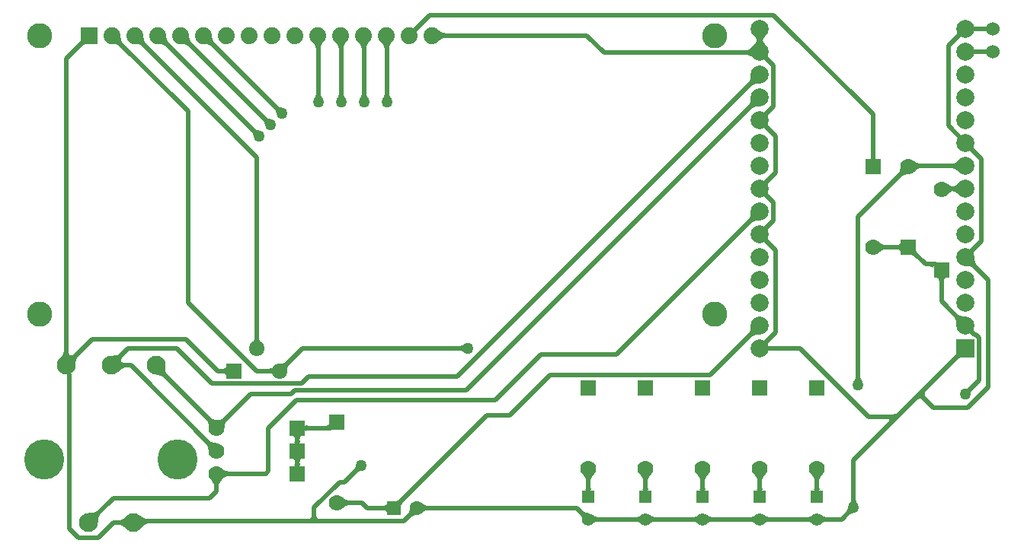
<source format=gbr>
%TF.GenerationSoftware,Altium Limited,Altium Designer,24.9.1 (31)*%
G04 Layer_Physical_Order=2*
G04 Layer_Color=16711680*
%FSLAX45Y45*%
%MOMM*%
%TF.SameCoordinates,93858F84-5B26-42CC-8C8E-0B90E3909A9F*%
%TF.FilePolarity,Positive*%
%TF.FileFunction,Copper,L2,Bot,Signal*%
%TF.Part,Single*%
G01*
G75*
%TA.AperFunction,Conductor*%
%ADD12C,0.50800*%
%TA.AperFunction,ViaPad*%
%ADD14C,1.52400*%
%TA.AperFunction,ComponentPad*%
%ADD15C,2.80000*%
%ADD16C,1.87960*%
%ADD17R,1.87960X1.87960*%
%ADD18C,2.00000*%
%ADD19R,2.00000X2.00000*%
%ADD20C,1.77800*%
%ADD21R,1.77800X1.77800*%
%ADD22C,2.10000*%
%ADD23C,4.46000*%
%ADD24C,1.40000*%
%ADD25R,1.40000X1.40000*%
%ADD26R,1.80000X1.70000*%
%ADD27O,1.80000X1.70000*%
%ADD28R,1.77800X1.77800*%
%ADD29C,1.60000*%
%ADD30R,1.60000X1.60000*%
%TA.AperFunction,ViaPad*%
%ADD31C,1.27000*%
G36*
X3576168Y12150324D02*
X3572217Y12153197D01*
X3567547Y12154634D01*
X3562159D01*
X3556053Y12153197D01*
X3549228Y12150324D01*
X3541684Y12146013D01*
X3533422Y12140266D01*
X3524442Y12133082D01*
X3504326Y12114403D01*
X3468405Y12150324D01*
X3478463Y12160741D01*
X3494268Y12179420D01*
X3500016Y12187681D01*
X3504326Y12195225D01*
X3507200Y12202050D01*
X3508637Y12208156D01*
Y12213545D01*
X3507200Y12218214D01*
X3504326Y12222166D01*
X3576168Y12150324D01*
D02*
G37*
G36*
X4962448Y12234625D02*
X4963472Y12224083D01*
X4965038Y12214119D01*
X4967144Y12204734D01*
X4969792Y12195927D01*
X4972981Y12187698D01*
X4976712Y12180049D01*
X4980984Y12172977D01*
X4985797Y12166484D01*
X4991151Y12160570D01*
X4956297Y12123582D01*
X4950290Y12129007D01*
X4943736Y12133816D01*
X4936636Y12138009D01*
X4928989Y12141584D01*
X4920795Y12144543D01*
X4912055Y12146886D01*
X4902768Y12148611D01*
X4892935Y12149720D01*
X4882554Y12150213D01*
X4871628Y12150089D01*
X4961965Y12245746D01*
X4962448Y12234625D01*
D02*
G37*
G36*
X4708448D02*
X4709472Y12224083D01*
X4711038Y12214119D01*
X4713144Y12204734D01*
X4715792Y12195927D01*
X4718981Y12187698D01*
X4722712Y12180049D01*
X4726984Y12172977D01*
X4731797Y12166484D01*
X4737151Y12160570D01*
X4702297Y12123582D01*
X4696290Y12129007D01*
X4689736Y12133816D01*
X4682636Y12138009D01*
X4674989Y12141584D01*
X4666795Y12144543D01*
X4658055Y12146886D01*
X4648768Y12148611D01*
X4638935Y12149720D01*
X4628554Y12150213D01*
X4617628Y12150089D01*
X4707965Y12245746D01*
X4708448Y12234625D01*
D02*
G37*
G36*
X4454448D02*
X4455472Y12224083D01*
X4457038Y12214119D01*
X4459144Y12204734D01*
X4461792Y12195927D01*
X4464981Y12187698D01*
X4468712Y12180049D01*
X4472984Y12172977D01*
X4477797Y12166484D01*
X4483151Y12160570D01*
X4448297Y12123582D01*
X4442290Y12129007D01*
X4435736Y12133816D01*
X4428636Y12138009D01*
X4420989Y12141584D01*
X4412795Y12144543D01*
X4404055Y12146886D01*
X4394768Y12148611D01*
X4384935Y12149720D01*
X4374554Y12150213D01*
X4363628Y12150089D01*
X4453965Y12245746D01*
X4454448Y12234625D01*
D02*
G37*
G36*
X4200153Y12232031D02*
X4200909Y12221565D01*
X4202245Y12211663D01*
X4204159Y12202323D01*
X4206654Y12193546D01*
X4209727Y12185332D01*
X4213380Y12177682D01*
X4217612Y12170594D01*
X4222424Y12164068D01*
X4227815Y12158106D01*
X4191894Y12122185D01*
X4185932Y12127576D01*
X4179407Y12132388D01*
X4172319Y12136620D01*
X4164668Y12140273D01*
X4156454Y12143347D01*
X4147677Y12145841D01*
X4138338Y12147756D01*
X4128435Y12149091D01*
X4117970Y12149847D01*
X4106941Y12150024D01*
X4199977Y12243059D01*
X4200153Y12232031D01*
D02*
G37*
G36*
X3946153D02*
X3946909Y12221565D01*
X3948245Y12211663D01*
X3950159Y12202323D01*
X3952654Y12193546D01*
X3955727Y12185332D01*
X3959380Y12177682D01*
X3963612Y12170594D01*
X3968424Y12164068D01*
X3973815Y12158106D01*
X3937894Y12122185D01*
X3931932Y12127576D01*
X3925407Y12132388D01*
X3918319Y12136620D01*
X3910668Y12140273D01*
X3902454Y12143347D01*
X3893677Y12145841D01*
X3884338Y12147756D01*
X3874435Y12149091D01*
X3863970Y12149847D01*
X3852941Y12150024D01*
X3945977Y12243059D01*
X3946153Y12232031D01*
D02*
G37*
G36*
X6961436Y12171653D02*
X6948938Y12155038D01*
X6943861Y12146807D01*
X6939565Y12138625D01*
X6936050Y12130495D01*
X6933316Y12122415D01*
X6931363Y12114386D01*
X6930191Y12106408D01*
X6929801Y12098481D01*
X6879001Y12096007D01*
X6878585Y12104125D01*
X6877338Y12112170D01*
X6875259Y12120141D01*
X6872349Y12128038D01*
X6868608Y12135862D01*
X6864035Y12143612D01*
X6858631Y12151289D01*
X6852395Y12158892D01*
X6845328Y12166422D01*
X6837429Y12173878D01*
X6968857Y12180037D01*
X6961436Y12171653D01*
D02*
G37*
G36*
X6707436D02*
X6694938Y12155038D01*
X6689861Y12146807D01*
X6685565Y12138625D01*
X6682050Y12130495D01*
X6679316Y12122415D01*
X6677363Y12114386D01*
X6676191Y12106408D01*
X6675801Y12098481D01*
X6625001Y12096007D01*
X6624585Y12104125D01*
X6623338Y12112170D01*
X6621259Y12120141D01*
X6618349Y12128038D01*
X6614608Y12135862D01*
X6610035Y12143612D01*
X6604631Y12151289D01*
X6598395Y12158892D01*
X6591328Y12166422D01*
X6583429Y12173878D01*
X6714857Y12180037D01*
X6707436Y12171653D01*
D02*
G37*
G36*
X6453436D02*
X6440938Y12155038D01*
X6435861Y12146807D01*
X6431565Y12138625D01*
X6428050Y12130495D01*
X6425316Y12122415D01*
X6423363Y12114386D01*
X6422191Y12106408D01*
X6421801Y12098481D01*
X6371001Y12096007D01*
X6370585Y12104125D01*
X6369338Y12112170D01*
X6367259Y12120141D01*
X6364349Y12128038D01*
X6360608Y12135862D01*
X6356035Y12143612D01*
X6350631Y12151289D01*
X6344395Y12158892D01*
X6337328Y12166422D01*
X6329429Y12173878D01*
X6460857Y12180037D01*
X6453436Y12171653D01*
D02*
G37*
G36*
X6199436D02*
X6186938Y12155038D01*
X6181861Y12146807D01*
X6177565Y12138625D01*
X6174050Y12130495D01*
X6171316Y12122415D01*
X6169363Y12114386D01*
X6168191Y12106408D01*
X6167801Y12098481D01*
X6117001Y12096007D01*
X6116585Y12104125D01*
X6115338Y12112170D01*
X6113259Y12120141D01*
X6110349Y12128038D01*
X6106608Y12135862D01*
X6102035Y12143612D01*
X6096631Y12151289D01*
X6090395Y12158892D01*
X6083328Y12166422D01*
X6075429Y12173878D01*
X6206857Y12180037D01*
X6199436Y12171653D01*
D02*
G37*
G36*
X6930003Y11597883D02*
X6930609Y11591844D01*
X6931619Y11586110D01*
X6933033Y11580682D01*
X6934851Y11575558D01*
X6937073Y11570740D01*
X6939699Y11566227D01*
X6942729Y11562019D01*
X6946163Y11558116D01*
X6950002Y11554519D01*
X6861315Y11548360D01*
X6864675Y11552465D01*
X6867682Y11556814D01*
X6870335Y11561407D01*
X6872634Y11566243D01*
X6874579Y11571323D01*
X6876171Y11576646D01*
X6877409Y11582213D01*
X6878293Y11588023D01*
X6878824Y11594076D01*
X6879001Y11600374D01*
X6929801Y11604227D01*
X6930003Y11597883D01*
D02*
G37*
G36*
X6676003D02*
X6676609Y11591844D01*
X6677619Y11586110D01*
X6679033Y11580682D01*
X6680851Y11575558D01*
X6683073Y11570740D01*
X6685699Y11566227D01*
X6688729Y11562019D01*
X6692163Y11558116D01*
X6696002Y11554519D01*
X6607315Y11548360D01*
X6610675Y11552465D01*
X6613682Y11556814D01*
X6616335Y11561407D01*
X6618634Y11566243D01*
X6620579Y11571323D01*
X6622171Y11576646D01*
X6623409Y11582213D01*
X6624293Y11588023D01*
X6624824Y11594076D01*
X6625001Y11600374D01*
X6675801Y11604227D01*
X6676003Y11597883D01*
D02*
G37*
G36*
X6422003D02*
X6422609Y11591844D01*
X6423619Y11586110D01*
X6425033Y11580682D01*
X6426851Y11575558D01*
X6429073Y11570740D01*
X6431699Y11566227D01*
X6434729Y11562019D01*
X6438163Y11558116D01*
X6442002Y11554519D01*
X6353315Y11548360D01*
X6356675Y11552465D01*
X6359682Y11556814D01*
X6362335Y11561407D01*
X6364634Y11566243D01*
X6366579Y11571323D01*
X6368171Y11576646D01*
X6369409Y11582213D01*
X6370293Y11588023D01*
X6370824Y11594076D01*
X6371001Y11600374D01*
X6421801Y11604227D01*
X6422003Y11597883D01*
D02*
G37*
G36*
X6168003D02*
X6168609Y11591844D01*
X6169619Y11586110D01*
X6171033Y11580682D01*
X6172851Y11575558D01*
X6175073Y11570740D01*
X6177699Y11566227D01*
X6180729Y11562019D01*
X6184163Y11558116D01*
X6188002Y11554519D01*
X6099315Y11548360D01*
X6102675Y11552465D01*
X6105682Y11556814D01*
X6108335Y11561407D01*
X6110634Y11566243D01*
X6112579Y11571323D01*
X6114171Y11576646D01*
X6115409Y11582213D01*
X6116293Y11588023D01*
X6116824Y11594076D01*
X6117001Y11600374D01*
X6167801Y11604227D01*
X6168003Y11597883D01*
D02*
G37*
G36*
X5692208Y11459793D02*
X5696900Y11455940D01*
X5701666Y11452573D01*
X5706505Y11449692D01*
X5711417Y11447297D01*
X5716403Y11445388D01*
X5721462Y11443965D01*
X5726594Y11443028D01*
X5731800Y11442578D01*
X5737079Y11442613D01*
X5676933Y11377148D01*
X5676542Y11382441D01*
X5675713Y11387655D01*
X5674447Y11392791D01*
X5672743Y11397849D01*
X5670601Y11402829D01*
X5668022Y11407730D01*
X5665005Y11412552D01*
X5661550Y11417297D01*
X5657658Y11421963D01*
X5653329Y11426550D01*
X5687589Y11464132D01*
X5692208Y11459793D01*
D02*
G37*
G36*
X5565208Y11332793D02*
X5569900Y11328940D01*
X5574666Y11325573D01*
X5579505Y11322692D01*
X5584417Y11320297D01*
X5589403Y11318388D01*
X5594462Y11316965D01*
X5599594Y11316028D01*
X5604800Y11315578D01*
X5610079Y11315613D01*
X5549933Y11250148D01*
X5549542Y11255441D01*
X5548713Y11260655D01*
X5547447Y11265791D01*
X5545743Y11270849D01*
X5543601Y11275829D01*
X5541022Y11280730D01*
X5538005Y11285552D01*
X5534550Y11290297D01*
X5530658Y11294963D01*
X5526329Y11299550D01*
X5560589Y11337132D01*
X5565208Y11332793D01*
D02*
G37*
G36*
X5438208Y11205793D02*
X5442900Y11201940D01*
X5447666Y11198573D01*
X5452505Y11195692D01*
X5457417Y11193297D01*
X5462403Y11191388D01*
X5467462Y11189965D01*
X5472594Y11189028D01*
X5477800Y11188578D01*
X5483079Y11188613D01*
X5422933Y11123148D01*
X5422542Y11128441D01*
X5421713Y11133655D01*
X5420447Y11138791D01*
X5418743Y11143849D01*
X5416601Y11148829D01*
X5414022Y11153730D01*
X5411005Y11158552D01*
X5407550Y11163297D01*
X5403658Y11167963D01*
X5399329Y11172550D01*
X5433589Y11210132D01*
X5438208Y11205793D01*
D02*
G37*
G36*
X5486652Y8884370D02*
X5488673Y8864583D01*
X5490441Y8856545D01*
X5492714Y8849743D01*
X5495492Y8844178D01*
X5498776Y8839850D01*
X5502564Y8836759D01*
X5506858Y8834904D01*
X5511656Y8834285D01*
X5410344D01*
X5415142Y8834904D01*
X5419436Y8836759D01*
X5423224Y8839850D01*
X5426508Y8844178D01*
X5429286Y8849743D01*
X5431559Y8856545D01*
X5433327Y8864583D01*
X5434590Y8873858D01*
X5435348Y8884370D01*
X5435600Y8896118D01*
X5486400D01*
X5486652Y8884370D01*
D02*
G37*
G36*
X5829275Y8587354D02*
X5820917Y8578638D01*
X5808033Y8562895D01*
X5803507Y8555867D01*
X5800259Y8549402D01*
X5798288Y8543500D01*
X5797594Y8538159D01*
X5798178Y8533382D01*
X5800039Y8529167D01*
X5803178Y8525515D01*
X5727492Y8593061D01*
X5731526Y8590322D01*
X5736093Y8588829D01*
X5741195Y8588583D01*
X5746829Y8589583D01*
X5752997Y8591829D01*
X5759698Y8595322D01*
X5766933Y8600062D01*
X5774701Y8606048D01*
X5783002Y8613280D01*
X5791837Y8621758D01*
X5829275Y8587354D01*
D02*
G37*
G36*
X3365981Y8728788D02*
X3367424Y8720106D01*
X3369829Y8711336D01*
X3373196Y8702479D01*
X3377525Y8693533D01*
X3382816Y8684499D01*
X3385107Y8681157D01*
X3389091Y8681900D01*
X3399220Y8684547D01*
X3408606Y8687811D01*
X3417250Y8691694D01*
X3425152Y8696194D01*
X3432311Y8701313D01*
X3438728Y8707049D01*
X3474649Y8671128D01*
X3468913Y8664711D01*
X3463794Y8657552D01*
X3459294Y8649650D01*
X3455411Y8641006D01*
X3452147Y8631620D01*
X3449500Y8621491D01*
X3447472Y8610619D01*
X3446061Y8599005D01*
X3445269Y8586649D01*
X3445095Y8573550D01*
X3371160Y8647485D01*
X3266600D01*
X3275739Y8656870D01*
X3291131Y8675378D01*
X3297384Y8684499D01*
X3302675Y8693533D01*
X3307004Y8702479D01*
X3310371Y8711336D01*
X3312776Y8720106D01*
X3314219Y8728788D01*
X3314700Y8737382D01*
X3365500D01*
X3365981Y8728788D01*
D02*
G37*
G36*
X3974648Y8671128D02*
X3968912Y8664711D01*
X3963793Y8657552D01*
X3959293Y8649650D01*
X3955410Y8641006D01*
X3952146Y8631620D01*
X3949499Y8621491D01*
X3948756Y8617507D01*
X3952098Y8615216D01*
X3961132Y8609925D01*
X3970078Y8605596D01*
X3978935Y8602229D01*
X3987705Y8599824D01*
X3996387Y8598381D01*
X4004981Y8597900D01*
Y8547100D01*
X3996387Y8546619D01*
X3987705Y8545176D01*
X3978935Y8542771D01*
X3970078Y8539404D01*
X3961132Y8535075D01*
X3952098Y8529784D01*
X3942977Y8523531D01*
X3933767Y8516316D01*
X3924469Y8508139D01*
X3915084Y8499000D01*
Y8603560D01*
X3841149Y8677495D01*
X3854248Y8677669D01*
X3878218Y8679872D01*
X3889090Y8681900D01*
X3899219Y8684547D01*
X3908605Y8687811D01*
X3917249Y8691694D01*
X3925151Y8696194D01*
X3932310Y8701313D01*
X3938727Y8707049D01*
X3974648Y8671128D01*
D02*
G37*
G36*
X5642361Y8458393D02*
X5641721Y8463183D01*
X5639803Y8467468D01*
X5636604Y8471249D01*
X5632127Y8474526D01*
X5626371Y8477298D01*
X5619335Y8479567D01*
X5611020Y8481332D01*
X5601425Y8482592D01*
X5590552Y8483348D01*
X5578399Y8483600D01*
Y8534400D01*
X5590552Y8534652D01*
X5611020Y8536668D01*
X5619335Y8538433D01*
X5626371Y8540702D01*
X5632127Y8543474D01*
X5636604Y8546751D01*
X5639803Y8550532D01*
X5641721Y8554817D01*
X5642361Y8559607D01*
Y8458393D01*
D02*
G37*
G36*
X5117610Y8458200D02*
X5117099Y8463026D01*
X5115566Y8467344D01*
X5113010Y8471154D01*
X5109433Y8474456D01*
X5104834Y8477250D01*
X5099212Y8479536D01*
X5092568Y8481314D01*
X5084903Y8482584D01*
X5076215Y8483346D01*
X5066505Y8483600D01*
Y8534400D01*
X5076215Y8534654D01*
X5084903Y8535416D01*
X5092568Y8536686D01*
X5099212Y8538464D01*
X5104834Y8540750D01*
X5109433Y8543544D01*
X5113010Y8546846D01*
X5115566Y8550656D01*
X5117099Y8554974D01*
X5117610Y8559800D01*
Y8458200D01*
D02*
G37*
G36*
X4443585Y8549068D02*
X4443383Y8537111D01*
X4443942Y8525824D01*
X4445260Y8515208D01*
X4447339Y8505263D01*
X4450177Y8495988D01*
X4453775Y8487384D01*
X4458133Y8479450D01*
X4463251Y8472187D01*
X4469128Y8465594D01*
X4429749Y8433130D01*
X4423554Y8438689D01*
X4416550Y8443784D01*
X4408737Y8448416D01*
X4400115Y8452584D01*
X4390683Y8456289D01*
X4380443Y8459531D01*
X4369393Y8462309D01*
X4357534Y8464623D01*
X4331389Y8467862D01*
X4444546Y8561695D01*
X4443585Y8549068D01*
D02*
G37*
G36*
X4945980Y7989218D02*
X4952081Y7984545D01*
X4958709Y7980297D01*
X4965865Y7976474D01*
X4973548Y7973075D01*
X4981759Y7970102D01*
X4990496Y7967553D01*
X4999762Y7965429D01*
X5009554Y7963730D01*
X5015760Y7962964D01*
X5021961Y7963073D01*
X5031554Y7963811D01*
X5040667Y7965111D01*
X5049298Y7966972D01*
X5057450Y7969394D01*
X5065120Y7972376D01*
X5072310Y7975920D01*
X5079019Y7980025D01*
X5085248Y7984692D01*
X5090996Y7989919D01*
X5126917Y7953998D01*
X5121690Y7948250D01*
X5117024Y7942021D01*
X5112919Y7935312D01*
X5109375Y7928122D01*
X5106392Y7920451D01*
X5103970Y7912300D01*
X5102109Y7903668D01*
X5100810Y7894556D01*
X5100071Y7884963D01*
X5099894Y7874889D01*
X5015684Y7959099D01*
X4922738Y7884643D01*
X4923589Y7894337D01*
X4923753Y7903607D01*
X4923230Y7912455D01*
X4922021Y7920879D01*
X4920125Y7928880D01*
X4917541Y7936458D01*
X4914272Y7943613D01*
X4910315Y7950345D01*
X4905671Y7956654D01*
X4900341Y7962539D01*
X4940406Y7994315D01*
X4945980Y7989218D01*
D02*
G37*
G36*
X6261405Y7854406D02*
X6260897Y7853303D01*
X6259373Y7852316D01*
X6256833Y7851445D01*
X6253277Y7850690D01*
X6248705Y7850052D01*
X6236513Y7849122D01*
X6210605Y7848600D01*
Y7899400D01*
X6220295Y7899654D01*
X6228967Y7900416D01*
X6236622Y7901686D01*
X6243259Y7903464D01*
X6248879Y7905750D01*
X6253480Y7908544D01*
X6257064Y7911846D01*
X6259630Y7915656D01*
X6261179Y7919974D01*
X6261710Y7924800D01*
X6261405Y7854406D01*
D02*
G37*
G36*
X5999803Y7919974D02*
X6001336Y7915656D01*
X6003891Y7911846D01*
X6007469Y7908544D01*
X6012068Y7905750D01*
X6017690Y7903464D01*
X6024333Y7901686D01*
X6031999Y7900416D01*
X6040687Y7899654D01*
X6050397Y7899400D01*
Y7848600D01*
X6040687Y7848346D01*
X6031999Y7847584D01*
X6024333Y7846314D01*
X6017690Y7844536D01*
X6012068Y7842250D01*
X6007469Y7839456D01*
X6003891Y7836154D01*
X6001336Y7832344D01*
X5999803Y7828026D01*
X5999292Y7823200D01*
Y7924800D01*
X5999803Y7919974D01*
D02*
G37*
G36*
X5956976Y7784897D02*
X5952658Y7783373D01*
X5948848Y7780833D01*
X5945546Y7777277D01*
X5942752Y7772705D01*
X5940466Y7767117D01*
X5938688Y7760513D01*
X5937418Y7752893D01*
X5936894Y7746963D01*
X5937418Y7740997D01*
X5938688Y7733332D01*
X5940466Y7726688D01*
X5942752Y7721067D01*
X5945546Y7716467D01*
X5948848Y7712890D01*
X5952658Y7710335D01*
X5956976Y7708801D01*
X5961802Y7708290D01*
X5860202D01*
X5865028Y7708801D01*
X5869346Y7710335D01*
X5873156Y7712890D01*
X5876458Y7716467D01*
X5879252Y7721067D01*
X5881538Y7726688D01*
X5883316Y7733332D01*
X5884586Y7740997D01*
X5885109Y7746963D01*
X5884586Y7752893D01*
X5883316Y7760513D01*
X5881538Y7767117D01*
X5879252Y7772705D01*
X5876458Y7777277D01*
X5873156Y7780833D01*
X5869346Y7783373D01*
X5865028Y7784897D01*
X5860202Y7785405D01*
X5961802D01*
X5956976Y7784897D01*
D02*
G37*
G36*
X4936749Y7730692D02*
X4942977Y7726025D01*
X4949687Y7721920D01*
X4956877Y7718376D01*
X4964547Y7715394D01*
X4972698Y7712972D01*
X4981330Y7711111D01*
X4990443Y7709811D01*
X5000036Y7709073D01*
X5010109Y7708895D01*
X4922103Y7620889D01*
X4921925Y7630963D01*
X4921187Y7640556D01*
X4919887Y7649668D01*
X4918027Y7658300D01*
X4915605Y7666451D01*
X4912622Y7674122D01*
X4909078Y7681312D01*
X4904973Y7688021D01*
X4900307Y7694250D01*
X4895079Y7699998D01*
X4931000Y7735919D01*
X4936749Y7730692D01*
D02*
G37*
G36*
X5956976Y7530897D02*
X5952658Y7529373D01*
X5948848Y7526833D01*
X5945546Y7523277D01*
X5942752Y7518705D01*
X5940466Y7513117D01*
X5938688Y7506513D01*
X5937418Y7498893D01*
X5936894Y7492963D01*
X5937418Y7486997D01*
X5938688Y7479332D01*
X5940466Y7472688D01*
X5942752Y7467067D01*
X5945546Y7462467D01*
X5948848Y7458890D01*
X5952658Y7456335D01*
X5956976Y7454801D01*
X5961802Y7454290D01*
X5860202D01*
X5865028Y7454801D01*
X5869346Y7456335D01*
X5873156Y7458890D01*
X5876458Y7462467D01*
X5879252Y7467067D01*
X5881538Y7472688D01*
X5883316Y7479332D01*
X5884586Y7486997D01*
X5885109Y7492963D01*
X5884586Y7498893D01*
X5883316Y7506513D01*
X5881538Y7513117D01*
X5879252Y7518705D01*
X5876458Y7523277D01*
X5873156Y7526833D01*
X5869346Y7529373D01*
X5865028Y7530897D01*
X5860202Y7531405D01*
X5961802D01*
X5956976Y7530897D01*
D02*
G37*
G36*
X6621145Y7396483D02*
X6615849Y7396306D01*
X6610629Y7395666D01*
X6605487Y7394565D01*
X6600422Y7393002D01*
X6595434Y7390977D01*
X6590522Y7388491D01*
X6585688Y7385542D01*
X6580931Y7382132D01*
X6576250Y7378260D01*
X6571647Y7373926D01*
X6535726Y7409847D01*
X6540060Y7414450D01*
X6543932Y7419131D01*
X6547342Y7423888D01*
X6550291Y7428722D01*
X6552777Y7433634D01*
X6554802Y7438622D01*
X6556365Y7443687D01*
X6557466Y7448829D01*
X6558106Y7454049D01*
X6558283Y7459345D01*
X6621145Y7396483D01*
D02*
G37*
G36*
X5081734Y7421232D02*
X5089040Y7414971D01*
X5096402Y7409447D01*
X5103821Y7404659D01*
X5111298Y7400607D01*
X5118831Y7397293D01*
X5126421Y7394715D01*
X5134068Y7392873D01*
X5141772Y7391768D01*
X5149533Y7391400D01*
Y7340600D01*
X5141772Y7340232D01*
X5134068Y7339127D01*
X5126421Y7337285D01*
X5118831Y7334707D01*
X5111298Y7331392D01*
X5103821Y7327341D01*
X5096402Y7322553D01*
X5089040Y7317029D01*
X5081734Y7310768D01*
X5074486Y7303770D01*
Y7428230D01*
X5081734Y7421232D01*
D02*
G37*
G36*
X5066231Y7295264D02*
X5059970Y7287958D01*
X5054445Y7280596D01*
X5049657Y7273177D01*
X5045606Y7265701D01*
X5042291Y7258168D01*
X5039713Y7250578D01*
X5037872Y7242930D01*
X5036767Y7235227D01*
X5036398Y7227466D01*
X4985598D01*
X4985230Y7235227D01*
X4984125Y7242930D01*
X4982284Y7250578D01*
X4979706Y7258168D01*
X4976391Y7265701D01*
X4972340Y7273177D01*
X4967552Y7280596D01*
X4962027Y7287958D01*
X4955766Y7295264D01*
X4948768Y7302513D01*
X5073228D01*
X5066231Y7295264D01*
D02*
G37*
G36*
X7100616Y7064695D02*
X7090528Y7054251D01*
X7074661Y7035535D01*
X7068884Y7027264D01*
X7064543Y7019717D01*
X7061638Y7012896D01*
X7060171Y7006798D01*
X7060141Y7001425D01*
X7061547Y6996777D01*
X7064390Y6992853D01*
X6992853Y7064390D01*
X6996777Y7061547D01*
X7001425Y7060141D01*
X7006798Y7060171D01*
X7012896Y7061638D01*
X7019717Y7064543D01*
X7027264Y7068884D01*
X7035535Y7074661D01*
X7044530Y7081876D01*
X7064695Y7100616D01*
X7100616Y7064695D01*
D02*
G37*
G36*
X6420736Y7098231D02*
X6428042Y7091970D01*
X6435404Y7086445D01*
X6442823Y7081657D01*
X6450299Y7077606D01*
X6457832Y7074291D01*
X6465422Y7071713D01*
X6473070Y7069872D01*
X6480773Y7068767D01*
X6488534Y7068398D01*
Y7017598D01*
X6480773Y7017230D01*
X6473070Y7016125D01*
X6465422Y7014284D01*
X6457832Y7011706D01*
X6450299Y7008391D01*
X6442823Y7004340D01*
X6435404Y6999552D01*
X6428042Y6994027D01*
X6420736Y6987766D01*
X6413487Y6980768D01*
Y7105228D01*
X6420736Y7098231D01*
D02*
G37*
G36*
X6905610Y6934200D02*
X6905099Y6939026D01*
X6903566Y6943344D01*
X6901010Y6947154D01*
X6897433Y6950456D01*
X6892834Y6953250D01*
X6887212Y6955536D01*
X6880568Y6957314D01*
X6872903Y6958584D01*
X6864215Y6959346D01*
X6854505Y6959600D01*
Y7010400D01*
X6864215Y7010654D01*
X6872903Y7011416D01*
X6880568Y7012686D01*
X6887212Y7014464D01*
X6892834Y7016750D01*
X6897433Y7019544D01*
X6901010Y7022846D01*
X6903566Y7026656D01*
X6905099Y7030974D01*
X6905610Y7035800D01*
Y6934200D01*
D02*
G37*
G36*
X7302197Y7035186D02*
X7308399Y7029984D01*
X7314734Y7025394D01*
X7321205Y7021416D01*
X7327811Y7018050D01*
X7334551Y7015296D01*
X7341426Y7013154D01*
X7348436Y7011624D01*
X7355581Y7010706D01*
X7362861Y7010400D01*
Y6959600D01*
X7355581Y6959294D01*
X7348436Y6958376D01*
X7341426Y6956846D01*
X7334551Y6954704D01*
X7327811Y6951950D01*
X7321205Y6948584D01*
X7314734Y6944606D01*
X7308399Y6940016D01*
X7302197Y6934814D01*
X7296131Y6929000D01*
Y7041000D01*
X7302197Y7035186D01*
D02*
G37*
G36*
X7238200Y6905004D02*
X7229799Y6904826D01*
X7221736Y6904119D01*
X7214010Y6902885D01*
X7206622Y6901122D01*
X7199571Y6898832D01*
X7192858Y6896013D01*
X7186482Y6892666D01*
X7180443Y6888791D01*
X7174742Y6884388D01*
X7169378Y6879457D01*
X7133457Y6915378D01*
X7138388Y6920742D01*
X7142791Y6926443D01*
X7146666Y6932482D01*
X7150013Y6938858D01*
X7152832Y6945571D01*
X7155122Y6952622D01*
X7156885Y6960010D01*
X7158119Y6967736D01*
X7158826Y6975799D01*
X7159004Y6984200D01*
X7238200Y6905004D01*
D02*
G37*
G36*
X3724651Y6921129D02*
X3718915Y6914712D01*
X3713796Y6907553D01*
X3709296Y6899651D01*
X3705413Y6891007D01*
X3702149Y6881621D01*
X3699502Y6871492D01*
X3697474Y6860620D01*
X3696063Y6849006D01*
X3695271Y6836650D01*
X3695097Y6823551D01*
X3591152Y6927496D01*
X3604251Y6927670D01*
X3628221Y6929873D01*
X3639093Y6931901D01*
X3649222Y6934548D01*
X3658608Y6937812D01*
X3667253Y6941695D01*
X3675154Y6946195D01*
X3682313Y6951314D01*
X3688730Y6957050D01*
X3724651Y6921129D01*
D02*
G37*
G36*
X6121908Y6903348D02*
X6123432Y6894712D01*
X6125972Y6887092D01*
X6129528Y6880488D01*
X6134100Y6874900D01*
X6139688Y6870328D01*
X6146292Y6866772D01*
X6153912Y6864232D01*
X6162548Y6862708D01*
X6172200Y6862200D01*
X6096000Y6811400D01*
X6019800Y6862200D01*
X6029452Y6862708D01*
X6038088Y6864232D01*
X6045708Y6866772D01*
X6052312Y6870328D01*
X6057900Y6874900D01*
X6062472Y6880488D01*
X6066028Y6887092D01*
X6068568Y6894712D01*
X6070092Y6903348D01*
X6070600Y6913000D01*
X6121400D01*
X6121908Y6903348D01*
D02*
G37*
G36*
X4165411Y6897296D02*
X4186518Y6883431D01*
X4196591Y6877798D01*
X4206344Y6873032D01*
X4215776Y6869133D01*
X4224889Y6866100D01*
X4233682Y6863933D01*
X4242155Y6862633D01*
X4250307Y6862200D01*
X4257513Y6811400D01*
X4248606Y6810885D01*
X4239831Y6809340D01*
X4231188Y6806765D01*
X4222678Y6803160D01*
X4214300Y6798524D01*
X4206055Y6792859D01*
X4197942Y6786164D01*
X4189961Y6778438D01*
X4182113Y6769683D01*
X4174397Y6759897D01*
X4154378Y6905528D01*
X4165411Y6897296D01*
D02*
G37*
G36*
X4015116Y6749001D02*
X4005731Y6758140D01*
X3987223Y6773532D01*
X3978102Y6779785D01*
X3969068Y6785076D01*
X3960122Y6789405D01*
X3951265Y6792772D01*
X3942495Y6795177D01*
X3933813Y6796620D01*
X3925219Y6797101D01*
Y6847901D01*
X3933813Y6848382D01*
X3942495Y6849825D01*
X3951265Y6852230D01*
X3960122Y6855597D01*
X3969068Y6859926D01*
X3978102Y6865217D01*
X3987223Y6871470D01*
X3996433Y6878685D01*
X4005731Y6886862D01*
X4015116Y6896001D01*
Y6749001D01*
D02*
G37*
G36*
X7483040Y12302112D02*
X7490974Y12295246D01*
X7498921Y12289188D01*
X7506879Y12283938D01*
X7514849Y12279495D01*
X7522830Y12275861D01*
X7530823Y12273034D01*
X7538828Y12271014D01*
X7546844Y12269803D01*
X7554872Y12269399D01*
Y12218599D01*
X7546844Y12218195D01*
X7538828Y12216983D01*
X7530823Y12214964D01*
X7522830Y12212137D01*
X7514849Y12208502D01*
X7506879Y12204060D01*
X7498921Y12198810D01*
X7490974Y12192752D01*
X7483040Y12185886D01*
X7475117Y12178213D01*
Y12309785D01*
X7483040Y12302112D01*
D02*
G37*
G36*
X11110526Y12238864D02*
X11102944Y12230184D01*
X11096254Y12221547D01*
X11090456Y12212953D01*
X11085550Y12204401D01*
X11081536Y12195891D01*
X11080101Y12192000D01*
X11081536Y12188109D01*
X11085550Y12179599D01*
X11090456Y12171047D01*
X11096254Y12162453D01*
X11102944Y12153816D01*
X11110526Y12145136D01*
X11119000Y12136414D01*
X10979000D01*
X10987474Y12145136D01*
X10995056Y12153816D01*
X11001746Y12162453D01*
X11007544Y12171047D01*
X11012450Y12179599D01*
X11016464Y12188109D01*
X11017899Y12192000D01*
X11016464Y12195891D01*
X11012450Y12204401D01*
X11007544Y12212953D01*
X11001746Y12221547D01*
X10995056Y12230184D01*
X10987474Y12238864D01*
X10979000Y12247586D01*
X11119000D01*
X11110526Y12238864D01*
D02*
G37*
G36*
X10986346Y11987061D02*
X10976322Y11994802D01*
X10956947Y12007838D01*
X10947595Y12013133D01*
X10938466Y12017615D01*
X10929561Y12021281D01*
X10920879Y12024132D01*
X10912422Y12026169D01*
X10904187Y12027391D01*
X10896177Y12027799D01*
X10889929Y12078599D01*
X10898515Y12079074D01*
X10906968Y12080498D01*
X10915289Y12082872D01*
X10923478Y12086196D01*
X10931533Y12090470D01*
X10939457Y12095693D01*
X10947247Y12101866D01*
X10954905Y12108989D01*
X10962431Y12117061D01*
X10969824Y12126083D01*
X10986346Y11987061D01*
D02*
G37*
G36*
X11048000Y11711005D02*
X11035841Y11710830D01*
X11024342Y11710054D01*
X11013504Y11708677D01*
X11003327Y11706699D01*
X10993811Y11704121D01*
X10984955Y11700943D01*
X10976761Y11697163D01*
X10969227Y11692783D01*
X10962355Y11687803D01*
X10956142Y11682221D01*
X10920221Y11718142D01*
X10925803Y11724355D01*
X10930783Y11731227D01*
X10935163Y11738761D01*
X10938943Y11746955D01*
X10942121Y11755811D01*
X10944699Y11765327D01*
X10946677Y11775504D01*
X10948054Y11786342D01*
X10948830Y11797841D01*
X10949005Y11810000D01*
X11048000Y11711005D01*
D02*
G37*
G36*
Y11457005D02*
X11035841Y11456830D01*
X11024342Y11456054D01*
X11013504Y11454677D01*
X11003327Y11452699D01*
X10993811Y11450121D01*
X10984955Y11446943D01*
X10976761Y11443163D01*
X10969227Y11438783D01*
X10962355Y11433803D01*
X10956142Y11428221D01*
X10920221Y11464142D01*
X10925803Y11470355D01*
X10930783Y11477227D01*
X10935163Y11484761D01*
X10938943Y11492955D01*
X10942121Y11501811D01*
X10944699Y11511327D01*
X10946677Y11521504D01*
X10948054Y11532342D01*
X10948830Y11543841D01*
X10949005Y11556000D01*
X11048000Y11457005D01*
D02*
G37*
G36*
X12768519Y10845760D02*
X12776133Y10839683D01*
X12783756Y10834320D01*
X12791388Y10829673D01*
X12799030Y10825741D01*
X12806680Y10822523D01*
X12814342Y10820021D01*
X12822009Y10818233D01*
X12829689Y10817161D01*
X12837376Y10816803D01*
X12839526Y10766003D01*
X12831699Y10765625D01*
X12823975Y10764491D01*
X12816356Y10762601D01*
X12808842Y10759954D01*
X12801433Y10756551D01*
X12794129Y10752392D01*
X12786928Y10747477D01*
X12779833Y10741806D01*
X12772842Y10735379D01*
X12765956Y10728195D01*
X12760914Y10852553D01*
X12768519Y10845760D01*
D02*
G37*
G36*
X13266148Y10722477D02*
X13257028Y10730747D01*
X13239076Y10744675D01*
X13230246Y10750334D01*
X13221512Y10755122D01*
X13212875Y10759039D01*
X13204335Y10762086D01*
X13195892Y10764262D01*
X13187546Y10765568D01*
X13179295Y10766003D01*
X13177406Y10816803D01*
X13185828Y10817259D01*
X13194238Y10818627D01*
X13202637Y10820906D01*
X13211024Y10824097D01*
X13219402Y10828199D01*
X13227766Y10833213D01*
X13236121Y10839139D01*
X13244463Y10845976D01*
X13252794Y10853726D01*
X13261115Y10862386D01*
X13266148Y10722477D01*
D02*
G37*
G36*
X12699111Y10698906D02*
X12689037Y10698729D01*
X12679444Y10697990D01*
X12670332Y10696691D01*
X12661700Y10694830D01*
X12653549Y10692408D01*
X12645878Y10689425D01*
X12638688Y10685881D01*
X12631979Y10681776D01*
X12625750Y10677110D01*
X12620002Y10671883D01*
X12584081Y10707804D01*
X12589308Y10713552D01*
X12593975Y10719781D01*
X12598080Y10726490D01*
X12601624Y10733680D01*
X12604606Y10741350D01*
X12607028Y10749502D01*
X12608889Y10758133D01*
X12610189Y10767246D01*
X12610927Y10776839D01*
X12611105Y10786913D01*
X12699111Y10698906D01*
D02*
G37*
G36*
X13266148Y10468477D02*
X13257028Y10476747D01*
X13239076Y10490675D01*
X13230246Y10496334D01*
X13221512Y10501122D01*
X13212875Y10505039D01*
X13204335Y10508086D01*
X13195892Y10510262D01*
X13193385Y10510654D01*
X13192274Y10510491D01*
X13184656Y10508601D01*
X13177142Y10505954D01*
X13169733Y10502551D01*
X13162428Y10498392D01*
X13155228Y10493477D01*
X13148132Y10487806D01*
X13141142Y10481379D01*
X13134256Y10474195D01*
X13129214Y10598553D01*
X13136819Y10591760D01*
X13144434Y10585683D01*
X13152055Y10580320D01*
X13159688Y10575673D01*
X13167329Y10571741D01*
X13174982Y10568523D01*
X13182642Y10566021D01*
X13190311Y10564233D01*
X13191122Y10564120D01*
X13194238Y10564627D01*
X13202637Y10566906D01*
X13211024Y10570097D01*
X13219402Y10574199D01*
X13227766Y10579213D01*
X13236121Y10585139D01*
X13244463Y10591976D01*
X13252794Y10599726D01*
X13261115Y10608386D01*
X13266148Y10468477D01*
D02*
G37*
G36*
X11048000Y10187005D02*
X11035841Y10186830D01*
X11024342Y10186054D01*
X11013504Y10184677D01*
X11003327Y10182699D01*
X10993811Y10180121D01*
X10984955Y10176943D01*
X10976761Y10173163D01*
X10969227Y10168783D01*
X10962355Y10163803D01*
X10956142Y10158221D01*
X10920221Y10194142D01*
X10925803Y10200355D01*
X10930783Y10207227D01*
X10935163Y10214761D01*
X10938943Y10222955D01*
X10942121Y10231811D01*
X10944699Y10241327D01*
X10946677Y10251504D01*
X10948054Y10262342D01*
X10948830Y10273841D01*
X10949005Y10286000D01*
X11048000Y10187005D01*
D02*
G37*
G36*
X12611710Y9836998D02*
X12611199Y9841824D01*
X12609665Y9846142D01*
X12607110Y9849952D01*
X12603533Y9853254D01*
X12598933Y9856048D01*
X12593312Y9858334D01*
X12586668Y9860112D01*
X12579003Y9861382D01*
X12570315Y9862144D01*
X12560605Y9862398D01*
Y9913198D01*
X12570315Y9913452D01*
X12579003Y9914214D01*
X12586668Y9915484D01*
X12593312Y9917262D01*
X12598933Y9919548D01*
X12603533Y9922342D01*
X12607110Y9925644D01*
X12609665Y9929454D01*
X12611199Y9933772D01*
X12611710Y9938598D01*
Y9836998D01*
D02*
G37*
G36*
X12377036Y9943031D02*
X12384341Y9936770D01*
X12391704Y9931245D01*
X12399123Y9926457D01*
X12406599Y9922406D01*
X12414132Y9919091D01*
X12421722Y9916513D01*
X12429370Y9914672D01*
X12437073Y9913567D01*
X12444834Y9913198D01*
Y9862398D01*
X12437073Y9862030D01*
X12429370Y9860925D01*
X12421722Y9859084D01*
X12414132Y9856506D01*
X12406599Y9853191D01*
X12399123Y9849140D01*
X12391704Y9844352D01*
X12384341Y9838827D01*
X12377036Y9832566D01*
X12369787Y9825568D01*
Y9950028D01*
X12377036Y9943031D01*
D02*
G37*
G36*
X12785721Y9867094D02*
X12784285Y9862424D01*
Y9857036D01*
X12785721Y9850929D01*
X12788595Y9844105D01*
X12792906Y9836561D01*
X12798653Y9828299D01*
X12805836Y9819319D01*
X12824516Y9799203D01*
X12788595Y9763282D01*
X12778178Y9773340D01*
X12759499Y9789145D01*
X12751237Y9794893D01*
X12743694Y9799203D01*
X12736869Y9802077D01*
X12730762Y9803514D01*
X12725374D01*
X12720705Y9802077D01*
X12716753Y9799203D01*
X12788595Y9871045D01*
X12785721Y9867094D01*
D02*
G37*
G36*
X13435170Y9765841D02*
X13435947Y9754342D01*
X13437323Y9743504D01*
X13439301Y9733327D01*
X13441879Y9723811D01*
X13445058Y9714955D01*
X13448837Y9706761D01*
X13453217Y9699227D01*
X13458197Y9692355D01*
X13463779Y9686142D01*
X13427858Y9650221D01*
X13421645Y9655803D01*
X13414774Y9660783D01*
X13407239Y9665163D01*
X13399045Y9668943D01*
X13390189Y9672121D01*
X13380673Y9674699D01*
X13370496Y9676677D01*
X13359657Y9678054D01*
X13348158Y9678830D01*
X13336000Y9679005D01*
X13434995Y9778000D01*
X13435170Y9765841D01*
D02*
G37*
G36*
X12979704Y9722394D02*
X12980009Y9646498D01*
X12979480Y9651324D01*
X12977933Y9655642D01*
X12975368Y9659452D01*
X12971783Y9662754D01*
X12967181Y9665548D01*
X12961563Y9667834D01*
X12954926Y9669612D01*
X12947270Y9670882D01*
X12938596Y9671644D01*
X12928905Y9671898D01*
Y9722698D01*
X12979704Y9722394D01*
D02*
G37*
G36*
X13114275Y9544695D02*
X13109956Y9543171D01*
X13106146Y9540631D01*
X13102844Y9537075D01*
X13100050Y9532503D01*
X13097765Y9526915D01*
X13095985Y9520311D01*
X13094716Y9512691D01*
X13093954Y9504055D01*
X13093700Y9494403D01*
X13042900D01*
X13042645Y9504055D01*
X13041884Y9512691D01*
X13040614Y9520311D01*
X13038837Y9526915D01*
X13036549Y9532503D01*
X13033755Y9537075D01*
X13030453Y9540631D01*
X13026643Y9543171D01*
X13022327Y9544695D01*
X13017500Y9545203D01*
X13119099D01*
X13114275Y9544695D01*
D02*
G37*
G36*
X13248355Y9140197D02*
X13255228Y9135217D01*
X13262761Y9130837D01*
X13270955Y9127057D01*
X13279811Y9123879D01*
X13289326Y9121301D01*
X13299504Y9119323D01*
X13310342Y9117946D01*
X13321841Y9117170D01*
X13334000Y9116995D01*
X13235005Y9018000D01*
X13234830Y9030159D01*
X13234055Y9041658D01*
X13232677Y9052496D01*
X13230699Y9062673D01*
X13228120Y9072189D01*
X13224944Y9081045D01*
X13221162Y9089239D01*
X13216783Y9096773D01*
X13211803Y9103645D01*
X13206221Y9109858D01*
X13242142Y9145779D01*
X13248355Y9140197D01*
D02*
G37*
G36*
X11048000Y8917005D02*
X11035841Y8916830D01*
X11024342Y8916054D01*
X11013504Y8914677D01*
X11003327Y8912699D01*
X10993811Y8910121D01*
X10984955Y8906943D01*
X10976761Y8903163D01*
X10969227Y8898783D01*
X10962355Y8893803D01*
X10956142Y8888221D01*
X10920221Y8924142D01*
X10925803Y8930355D01*
X10930783Y8937227D01*
X10935163Y8944761D01*
X10938943Y8952955D01*
X10942121Y8961811D01*
X10944699Y8971327D01*
X10946677Y8981504D01*
X10948054Y8992342D01*
X10948830Y9003841D01*
X10949005Y9016000D01*
X11048000Y8917005D01*
D02*
G37*
G36*
X7758009Y8718550D02*
X7754139Y8722169D01*
X7749996Y8725408D01*
X7745581Y8728265D01*
X7740894Y8730742D01*
X7735936Y8732837D01*
X7730704Y8734552D01*
X7725201Y8735885D01*
X7719426Y8736838D01*
X7713378Y8737409D01*
X7707059Y8737600D01*
Y8788400D01*
X7713378Y8788590D01*
X7719426Y8789162D01*
X7725201Y8790114D01*
X7730704Y8791448D01*
X7735936Y8793162D01*
X7740894Y8795258D01*
X7745581Y8797734D01*
X7749996Y8800592D01*
X7754139Y8803830D01*
X7758009Y8807450D01*
Y8718550D01*
D02*
G37*
G36*
X13307147Y8663305D02*
X13303195Y8666179D01*
X13298526Y8667615D01*
X13293137D01*
X13287032Y8666179D01*
X13280206Y8663305D01*
X13272662Y8658994D01*
X13264401Y8653247D01*
X13255421Y8646063D01*
X13235304Y8627384D01*
X13199384Y8663305D01*
X13209442Y8673722D01*
X13225247Y8692401D01*
X13230994Y8700663D01*
X13235304Y8708206D01*
X13238179Y8715031D01*
X13239615Y8721137D01*
Y8726526D01*
X13238179Y8731195D01*
X13235304Y8735147D01*
X13307147Y8663305D01*
D02*
G37*
G36*
X12166791Y8446579D02*
X12167362Y8440532D01*
X12168314Y8434756D01*
X12169648Y8429253D01*
X12171362Y8424022D01*
X12173458Y8419063D01*
X12175934Y8414376D01*
X12178792Y8409961D01*
X12182031Y8405819D01*
X12185650Y8401948D01*
X12096750D01*
X12100369Y8405819D01*
X12103608Y8409961D01*
X12106466Y8414376D01*
X12108942Y8419063D01*
X12111038Y8424022D01*
X12112752Y8429253D01*
X12114086Y8434756D01*
X12115038Y8440532D01*
X12115609Y8446579D01*
X12115800Y8452899D01*
X12166600D01*
X12166791Y8446579D01*
D02*
G37*
G36*
X12892377Y8283737D02*
X12887347Y8276553D01*
X12883755Y8269369D01*
X12881599Y8262184D01*
X12880882Y8255000D01*
X12881599Y8247816D01*
X12883755Y8240631D01*
X12887347Y8233447D01*
X12892377Y8226263D01*
X12898842Y8219079D01*
X12862921Y8183158D01*
X12855737Y8189624D01*
X12848553Y8194653D01*
X12841370Y8198245D01*
X12834184Y8200400D01*
X12827000Y8201118D01*
X12819817Y8200400D01*
X12812631Y8198245D01*
X12805447Y8194653D01*
X12798263Y8189624D01*
X12791079Y8183158D01*
X12827000Y8255000D01*
X12898842Y8290921D01*
X12892377Y8283737D01*
D02*
G37*
G36*
X12626882Y8018961D02*
X12590961Y7983039D01*
X12475758Y7939679D01*
X12482075Y7946504D01*
X12486658Y7952610D01*
X12489506Y7957999D01*
X12490619Y7962668D01*
X12489999Y7966620D01*
X12487644Y7969853D01*
X12483554Y7972367D01*
X12477730Y7974163D01*
X12470172Y7975241D01*
X12460879Y7975600D01*
X12511679Y8026400D01*
X12521690Y8026759D01*
X12531404Y8027837D01*
X12540820Y8029633D01*
X12549938Y8032147D01*
X12558759Y8035380D01*
X12567282Y8039332D01*
X12575508Y8044001D01*
X12583436Y8049390D01*
X12591067Y8055496D01*
X12598400Y8062321D01*
X12626882Y8018961D01*
D02*
G37*
G36*
X11739232Y7353262D02*
X11732971Y7345957D01*
X11727447Y7338595D01*
X11722659Y7331175D01*
X11718608Y7323699D01*
X11715293Y7316166D01*
X11712715Y7308576D01*
X11710873Y7300929D01*
X11709768Y7293225D01*
X11709400Y7285464D01*
X11658600D01*
X11658232Y7293225D01*
X11657127Y7300929D01*
X11655285Y7308576D01*
X11652707Y7316166D01*
X11649393Y7323699D01*
X11645341Y7331175D01*
X11640553Y7338595D01*
X11635029Y7345957D01*
X11628768Y7353262D01*
X11621770Y7360511D01*
X11746230D01*
X11739232Y7353262D01*
D02*
G37*
G36*
X11104232D02*
X11097971Y7345957D01*
X11092447Y7338595D01*
X11087659Y7331175D01*
X11083607Y7323699D01*
X11080293Y7316166D01*
X11077715Y7308576D01*
X11075873Y7300929D01*
X11074768Y7293225D01*
X11074400Y7285464D01*
X11023600D01*
X11023232Y7293225D01*
X11022127Y7300929D01*
X11020285Y7308576D01*
X11017707Y7316166D01*
X11014392Y7323699D01*
X11010341Y7331175D01*
X11005553Y7338595D01*
X11000029Y7345957D01*
X10993768Y7353262D01*
X10986770Y7360511D01*
X11111230D01*
X11104232Y7353262D01*
D02*
G37*
G36*
X10469232D02*
X10462971Y7345957D01*
X10457447Y7338595D01*
X10452659Y7331175D01*
X10448607Y7323699D01*
X10445293Y7316166D01*
X10442715Y7308576D01*
X10440873Y7300929D01*
X10439768Y7293225D01*
X10439400Y7285464D01*
X10388600D01*
X10388232Y7293225D01*
X10387127Y7300929D01*
X10385285Y7308576D01*
X10382707Y7316166D01*
X10379393Y7323699D01*
X10375341Y7331175D01*
X10370553Y7338595D01*
X10365029Y7345957D01*
X10358768Y7353262D01*
X10351770Y7360511D01*
X10476230D01*
X10469232Y7353262D01*
D02*
G37*
G36*
X9834232D02*
X9827971Y7345957D01*
X9822447Y7338595D01*
X9817659Y7331175D01*
X9813608Y7323699D01*
X9810293Y7316166D01*
X9807715Y7308576D01*
X9805873Y7300929D01*
X9804768Y7293225D01*
X9804400Y7285464D01*
X9753600D01*
X9753232Y7293225D01*
X9752127Y7300929D01*
X9750285Y7308576D01*
X9747707Y7316166D01*
X9744392Y7323699D01*
X9740341Y7331175D01*
X9735553Y7338595D01*
X9730029Y7345957D01*
X9723768Y7353262D01*
X9716770Y7360511D01*
X9841230D01*
X9834232Y7353262D01*
D02*
G37*
G36*
X9199232D02*
X9192971Y7345957D01*
X9187447Y7338595D01*
X9182659Y7331175D01*
X9178607Y7323699D01*
X9175293Y7316166D01*
X9172715Y7308576D01*
X9170873Y7300929D01*
X9169768Y7293225D01*
X9169400Y7285464D01*
X9118600D01*
X9118232Y7293225D01*
X9117127Y7300929D01*
X9115285Y7308576D01*
X9112707Y7316166D01*
X9109392Y7323699D01*
X9105341Y7331175D01*
X9100553Y7338595D01*
X9095029Y7345957D01*
X9088768Y7353262D01*
X9081770Y7360511D01*
X9206230D01*
X9199232Y7353262D01*
D02*
G37*
G36*
X11709654Y7222785D02*
X11710416Y7214097D01*
X11711686Y7206432D01*
X11713464Y7199788D01*
X11715750Y7194166D01*
X11718544Y7189567D01*
X11721846Y7185990D01*
X11725656Y7183434D01*
X11729974Y7181901D01*
X11734800Y7181390D01*
X11633200D01*
X11638026Y7181901D01*
X11642344Y7183434D01*
X11646154Y7185990D01*
X11649456Y7189567D01*
X11652250Y7194166D01*
X11654536Y7199788D01*
X11656314Y7206432D01*
X11657584Y7214097D01*
X11658346Y7222785D01*
X11658600Y7232495D01*
X11709400D01*
X11709654Y7222785D01*
D02*
G37*
G36*
X11074654D02*
X11075416Y7214097D01*
X11076686Y7206432D01*
X11078464Y7199788D01*
X11080750Y7194166D01*
X11083544Y7189567D01*
X11086846Y7185990D01*
X11090656Y7183434D01*
X11094974Y7181901D01*
X11099800Y7181390D01*
X10998200D01*
X11003026Y7181901D01*
X11007344Y7183434D01*
X11011154Y7185990D01*
X11014456Y7189567D01*
X11017250Y7194166D01*
X11019536Y7199788D01*
X11021314Y7206432D01*
X11022584Y7214097D01*
X11023346Y7222785D01*
X11023600Y7232495D01*
X11074400D01*
X11074654Y7222785D01*
D02*
G37*
G36*
X10439654D02*
X10440416Y7214097D01*
X10441686Y7206432D01*
X10443464Y7199788D01*
X10445750Y7194166D01*
X10448544Y7189567D01*
X10451846Y7185990D01*
X10455656Y7183434D01*
X10459974Y7181901D01*
X10464800Y7181390D01*
X10363200D01*
X10368026Y7181901D01*
X10372344Y7183434D01*
X10376154Y7185990D01*
X10379456Y7189567D01*
X10382250Y7194166D01*
X10384536Y7199788D01*
X10386314Y7206432D01*
X10387584Y7214097D01*
X10388346Y7222785D01*
X10388600Y7232495D01*
X10439400D01*
X10439654Y7222785D01*
D02*
G37*
G36*
X9804654D02*
X9805416Y7214097D01*
X9806686Y7206432D01*
X9808464Y7199788D01*
X9810750Y7194166D01*
X9813544Y7189567D01*
X9816846Y7185990D01*
X9820656Y7183434D01*
X9824974Y7181901D01*
X9829800Y7181390D01*
X9728200D01*
X9733026Y7181901D01*
X9737344Y7183434D01*
X9741154Y7185990D01*
X9744456Y7189567D01*
X9747250Y7194166D01*
X9749536Y7199788D01*
X9751314Y7206432D01*
X9752584Y7214097D01*
X9753346Y7222785D01*
X9753600Y7232495D01*
X9804400D01*
X9804654Y7222785D01*
D02*
G37*
G36*
X9169654D02*
X9170416Y7214097D01*
X9171686Y7206432D01*
X9173464Y7199788D01*
X9175750Y7194166D01*
X9178544Y7189567D01*
X9181846Y7185990D01*
X9185656Y7183434D01*
X9189974Y7181901D01*
X9194800Y7181390D01*
X9093200D01*
X9098026Y7181901D01*
X9102344Y7183434D01*
X9106154Y7185990D01*
X9109456Y7189567D01*
X9112250Y7194166D01*
X9114536Y7199788D01*
X9116314Y7206432D01*
X9117584Y7214097D01*
X9118346Y7222785D01*
X9118600Y7232495D01*
X9169400D01*
X9169654Y7222785D01*
D02*
G37*
G36*
X12115991Y7080059D02*
X12116562Y7074012D01*
X12117515Y7068236D01*
X12118848Y7062733D01*
X12120562Y7057502D01*
X12122658Y7052543D01*
X12125135Y7047856D01*
X12127992Y7043441D01*
X12131231Y7039299D01*
X12134850Y7035428D01*
X12045950D01*
X12049569Y7039299D01*
X12052808Y7043441D01*
X12055666Y7047856D01*
X12058142Y7052543D01*
X12060237Y7057502D01*
X12061952Y7062733D01*
X12063286Y7068236D01*
X12064238Y7074012D01*
X12064809Y7080059D01*
X12065000Y7086379D01*
X12115800D01*
X12115991Y7080059D01*
D02*
G37*
G36*
X12089765Y6926583D02*
X12084469Y6926406D01*
X12079249Y6925766D01*
X12074107Y6924665D01*
X12069042Y6923102D01*
X12064054Y6921077D01*
X12059142Y6918591D01*
X12054308Y6915642D01*
X12049551Y6912232D01*
X12044870Y6908360D01*
X12040267Y6904026D01*
X12004346Y6939947D01*
X12008680Y6944550D01*
X12012552Y6949231D01*
X12015962Y6953988D01*
X12018911Y6958822D01*
X12021397Y6963734D01*
X12023422Y6968722D01*
X12024985Y6973787D01*
X12026086Y6978929D01*
X12026726Y6984149D01*
X12026903Y6989445D01*
X12089765Y6926583D01*
D02*
G37*
G36*
X9091051Y6947204D02*
X9096142Y6943114D01*
X9101412Y6939513D01*
X9106860Y6936401D01*
X9112487Y6933778D01*
X9118292Y6931644D01*
X9124276Y6929999D01*
X9130439Y6928842D01*
X9136780Y6928175D01*
X9143300Y6927997D01*
X9074003Y6858700D01*
X9073825Y6865220D01*
X9073158Y6871561D01*
X9072001Y6877724D01*
X9070356Y6883708D01*
X9068222Y6889513D01*
X9065599Y6895140D01*
X9062487Y6900588D01*
X9058886Y6905858D01*
X9054796Y6910949D01*
X9050217Y6915862D01*
X9086138Y6951783D01*
X9091051Y6947204D01*
D02*
G37*
G36*
X11738726Y6902516D02*
X11743682Y6898504D01*
X11748857Y6894964D01*
X11754252Y6891896D01*
X11759866Y6889300D01*
X11765700Y6887176D01*
X11771753Y6885524D01*
X11778025Y6884344D01*
X11784517Y6883636D01*
X11791229Y6883400D01*
Y6832600D01*
X11784517Y6832364D01*
X11778025Y6831656D01*
X11771753Y6830476D01*
X11765700Y6828824D01*
X11759866Y6826700D01*
X11754252Y6824104D01*
X11748857Y6821036D01*
X11743682Y6817496D01*
X11738726Y6813484D01*
X11733990Y6809000D01*
Y6907000D01*
X11738726Y6902516D01*
D02*
G37*
G36*
X11634010Y6809000D02*
X11629274Y6813484D01*
X11624318Y6817496D01*
X11619143Y6821036D01*
X11613748Y6824104D01*
X11608134Y6826700D01*
X11602300Y6828824D01*
X11596247Y6830476D01*
X11589975Y6831656D01*
X11583483Y6832364D01*
X11576771Y6832600D01*
Y6883400D01*
X11583483Y6883636D01*
X11589975Y6884344D01*
X11596247Y6885524D01*
X11602300Y6887176D01*
X11608134Y6889300D01*
X11613748Y6891896D01*
X11619143Y6894964D01*
X11624318Y6898504D01*
X11629274Y6902516D01*
X11634010Y6907000D01*
Y6809000D01*
D02*
G37*
G36*
X11103726Y6902516D02*
X11108682Y6898504D01*
X11113857Y6894964D01*
X11119252Y6891896D01*
X11124866Y6889300D01*
X11130700Y6887176D01*
X11136753Y6885524D01*
X11143025Y6884344D01*
X11149517Y6883636D01*
X11156229Y6883400D01*
Y6832600D01*
X11149517Y6832364D01*
X11143025Y6831656D01*
X11136753Y6830476D01*
X11130700Y6828824D01*
X11124866Y6826700D01*
X11119252Y6824104D01*
X11113857Y6821036D01*
X11108682Y6817496D01*
X11103726Y6813484D01*
X11098990Y6809000D01*
Y6907000D01*
X11103726Y6902516D01*
D02*
G37*
G36*
X10999010Y6809000D02*
X10994274Y6813484D01*
X10989318Y6817496D01*
X10984143Y6821036D01*
X10978748Y6824104D01*
X10973134Y6826700D01*
X10967300Y6828824D01*
X10961247Y6830476D01*
X10954975Y6831656D01*
X10948483Y6832364D01*
X10941771Y6832600D01*
Y6883400D01*
X10948483Y6883636D01*
X10954975Y6884344D01*
X10961247Y6885524D01*
X10967300Y6887176D01*
X10973134Y6889300D01*
X10978748Y6891896D01*
X10984143Y6894964D01*
X10989318Y6898504D01*
X10994274Y6902516D01*
X10999010Y6907000D01*
Y6809000D01*
D02*
G37*
G36*
X10468726Y6902516D02*
X10473682Y6898504D01*
X10478857Y6894964D01*
X10484252Y6891896D01*
X10489866Y6889300D01*
X10495700Y6887176D01*
X10501753Y6885524D01*
X10508025Y6884344D01*
X10514517Y6883636D01*
X10521229Y6883400D01*
Y6832600D01*
X10514517Y6832364D01*
X10508025Y6831656D01*
X10501753Y6830476D01*
X10495700Y6828824D01*
X10489866Y6826700D01*
X10484252Y6824104D01*
X10478857Y6821036D01*
X10473682Y6817496D01*
X10468726Y6813484D01*
X10463990Y6809000D01*
Y6907000D01*
X10468726Y6902516D01*
D02*
G37*
G36*
X10364010Y6809000D02*
X10359274Y6813484D01*
X10354318Y6817496D01*
X10349143Y6821036D01*
X10343748Y6824104D01*
X10338134Y6826700D01*
X10332300Y6828824D01*
X10326247Y6830476D01*
X10319975Y6831656D01*
X10313483Y6832364D01*
X10306771Y6832600D01*
Y6883400D01*
X10313483Y6883636D01*
X10319975Y6884344D01*
X10326247Y6885524D01*
X10332300Y6887176D01*
X10338134Y6889300D01*
X10343748Y6891896D01*
X10349143Y6894964D01*
X10354318Y6898504D01*
X10359274Y6902516D01*
X10364010Y6907000D01*
Y6809000D01*
D02*
G37*
G36*
X9833726Y6902516D02*
X9838682Y6898504D01*
X9843857Y6894964D01*
X9849252Y6891896D01*
X9854866Y6889300D01*
X9860700Y6887176D01*
X9866753Y6885524D01*
X9873025Y6884344D01*
X9879517Y6883636D01*
X9886229Y6883400D01*
Y6832600D01*
X9879517Y6832364D01*
X9873025Y6831656D01*
X9866753Y6830476D01*
X9860700Y6828824D01*
X9854866Y6826700D01*
X9849252Y6824104D01*
X9843857Y6821036D01*
X9838682Y6817496D01*
X9833726Y6813484D01*
X9828990Y6809000D01*
Y6907000D01*
X9833726Y6902516D01*
D02*
G37*
G36*
X9729010Y6809000D02*
X9724274Y6813484D01*
X9719318Y6817496D01*
X9714143Y6821036D01*
X9708748Y6824104D01*
X9703134Y6826700D01*
X9697300Y6828824D01*
X9691247Y6830476D01*
X9684975Y6831656D01*
X9678483Y6832364D01*
X9671771Y6832600D01*
Y6883400D01*
X9678483Y6883636D01*
X9684975Y6884344D01*
X9691247Y6885524D01*
X9697300Y6887176D01*
X9703134Y6889300D01*
X9708748Y6891896D01*
X9714143Y6894964D01*
X9719318Y6898504D01*
X9724274Y6902516D01*
X9729010Y6907000D01*
Y6809000D01*
D02*
G37*
G36*
X9198726Y6902516D02*
X9203682Y6898504D01*
X9208857Y6894964D01*
X9214252Y6891896D01*
X9219866Y6889300D01*
X9225700Y6887176D01*
X9231753Y6885524D01*
X9238025Y6884344D01*
X9244517Y6883636D01*
X9251229Y6883400D01*
Y6832600D01*
X9244517Y6832364D01*
X9238025Y6831656D01*
X9231753Y6830476D01*
X9225700Y6828824D01*
X9219866Y6826700D01*
X9214252Y6824104D01*
X9208857Y6821036D01*
X9203682Y6817496D01*
X9198726Y6813484D01*
X9193990Y6809000D01*
Y6907000D01*
X9198726Y6902516D01*
D02*
G37*
D12*
X7379803Y12469800D02*
X11203651D01*
X7154001Y12243999D02*
X7379803Y12469800D01*
X11203651D02*
X12306300Y11367152D01*
Y10787802D02*
Y11367152D01*
X13335001Y9017000D02*
X13335701D01*
X13438901Y8913800D01*
X13456042D02*
X13487399Y8882442D01*
Y8407400D02*
Y8882442D01*
X13335001Y8255000D02*
X13487399Y8407400D01*
X13438901Y8913800D02*
X13456042D01*
X11049000Y10033000D02*
X11226800Y9855200D01*
Y8940800D02*
Y9855200D01*
X11049000Y8763000D02*
X11226800Y8940800D01*
X11201400Y10185400D02*
Y10388600D01*
X11049000Y10033000D02*
X11201400Y10185400D01*
X11049000Y10541000D02*
X11201400Y10388600D01*
X11049000Y10541000D02*
X11226800Y10718800D01*
X11049000Y11303000D02*
X11226800Y11125200D01*
Y10718800D02*
Y11125200D01*
X11049000Y12065000D02*
X11201400Y11912600D01*
X11049000Y11303000D02*
X11201400Y11455400D01*
Y11912600D01*
X13335001Y9779000D02*
X13512801Y9956800D01*
X13335001Y11049000D02*
X13512801Y10871200D01*
Y9956800D02*
Y10871200D01*
X13335001Y12319000D02*
X13639799D01*
X13335001Y12065000D02*
X13639799D01*
X13144501Y12128500D02*
X13335001Y12319000D01*
X13144501Y11239500D02*
X13335001Y11049000D01*
X13144501Y11239500D02*
Y12128500D01*
X3367691Y8481150D02*
Y8544909D01*
X3378200Y6756400D02*
Y8470642D01*
Y6756400D02*
X3479800Y6654800D01*
X3340100Y8572500D02*
X3367691Y8544909D01*
Y8481150D02*
X3378200Y8470642D01*
X3479800Y6654800D02*
X3696326D01*
X3864027Y6822501D01*
X13360400Y8102600D02*
X13589000Y8331200D01*
Y9525000D01*
X12979401Y8102600D02*
X13360400D01*
X12827000Y8255000D02*
X12979401Y8102600D01*
X13335001Y9779000D02*
X13589000Y9525000D01*
X4673600Y8864600D02*
X5029200Y8509000D01*
X3340100Y8572500D02*
X3632200Y8864600D01*
X4673600D01*
X5029200Y8509000D02*
X5207000D01*
X4961799Y8373201D02*
X5960201D01*
X4572000Y8763000D02*
X4961799Y8373201D01*
X4030599Y8763000D02*
X4572000D01*
X12827000Y8255000D02*
X13335001Y8763000D01*
X12573000Y8001000D02*
X12827000Y8255000D01*
X12090400Y7518400D02*
X12573000Y8001000D01*
X12256644D02*
X12573000D01*
X11494644Y8763000D02*
X12256644Y8001000D01*
X11049000Y8763000D02*
X11494644D01*
X7408001Y12243999D02*
X9127130D01*
X9317930Y12053199D01*
X11037199D01*
X11049000Y12065000D01*
X6096000Y6836800D02*
X7090800D01*
X4104400D02*
X6096000D01*
X6382568Y7273132D02*
X6434932D01*
X6096000Y6836800D02*
Y6986564D01*
X6434932Y7273132D02*
X6621780Y7459980D01*
X6096000Y6986564D02*
X6382568Y7273132D01*
X11049000Y12065000D02*
Y12319000D01*
X3340100Y11986097D02*
X3598001Y12243999D01*
X3340100Y8572500D02*
Y11986097D01*
X7789001Y8297001D02*
X11049000Y11557000D01*
X5884001Y8297001D02*
X7789001D01*
X6036401Y8449401D02*
X7687401D01*
X11049000Y11811000D01*
X12090400Y6990080D02*
Y7518400D01*
X11684000Y6858000D02*
X11958320D01*
X12090400Y6990080D01*
X11049000Y6858000D02*
X11684000D01*
X10414000D02*
X11049000D01*
X9779000D02*
X10414000D01*
X9144000D02*
X9779000D01*
X7239000Y6985000D02*
X9017000D01*
X9144000Y6858000D01*
X7090800Y6836800D02*
X7239000Y6985000D01*
X4090101Y6822501D02*
X4104400Y6836800D01*
X5960201Y8373201D02*
X6036401Y8449401D01*
X3840099Y8572500D02*
X4030599Y8763000D01*
X3864027Y6822501D02*
X4090101D01*
X3590102D02*
X3863497Y7095896D01*
X4936896D01*
X12700000Y10787802D02*
X12703602Y10791403D01*
X12141200Y10229002D02*
X12700000Y10787802D01*
X12141200Y8356600D02*
Y10229002D01*
X12306300Y9887798D02*
X12700000D01*
X5010998Y7169998D02*
Y7366000D01*
X4936896Y7095896D02*
X5010998Y7169998D01*
X5588000Y7395759D02*
Y7874000D01*
X5898302Y8184302D02*
X8108102D01*
X5588000Y7874000D02*
X5898302Y8184302D01*
X5391998Y8255000D02*
X5842000D01*
X5884001Y8297001D01*
X5010998Y7874000D02*
X5391998Y8255000D01*
X5558241Y7366000D02*
X5588000Y7395759D01*
X5010998Y7366000D02*
X5558241D01*
X5461000Y8509000D02*
X5715000D01*
X4698096Y9271904D02*
X5461000Y8509000D01*
X4698096Y9271904D02*
Y11397905D01*
X8108102Y8184302D02*
X8615680Y8691880D01*
X9453880D01*
X11049000Y10287000D01*
X5482600Y11125200D02*
X5486400D01*
X4360001Y12243999D02*
X4363801D01*
X5482600Y11125200D01*
X4617801Y12243999D02*
X5609600Y11252200D01*
X4614001Y12243999D02*
X4617801D01*
X5609600Y11252200D02*
X5613400D01*
X4868001Y12243999D02*
X4871801D01*
X5736600Y11379200D01*
X5740400D01*
X6904401Y11510599D02*
X6908800Y11506200D01*
X6900001Y12243999D02*
X6904401Y12239600D01*
Y11510599D02*
Y12239600D01*
X6650401Y11510599D02*
Y12239600D01*
X6646001Y12243999D02*
X6650401Y12239600D01*
Y11510599D02*
X6654800Y11506200D01*
X6396401Y11510599D02*
Y12239600D01*
Y11510599D02*
X6400800Y11506200D01*
X6392001Y12243999D02*
X6396401Y12239600D01*
X6142401Y11510599D02*
X6146800Y11506200D01*
X6138001Y12243999D02*
X6142401Y12239600D01*
Y11510599D02*
Y12239600D01*
X4106001Y12243999D02*
X5461000Y10889000D01*
Y8763000D02*
Y10889000D01*
X11684000Y7112000D02*
Y7423998D01*
X11049000Y7112000D02*
Y7423998D01*
X10414000Y7112000D02*
Y7423998D01*
X9779000Y7112000D02*
Y7423998D01*
X9144000Y7112000D02*
Y7423998D01*
X5715000Y8509000D02*
X5969000Y8763000D01*
X7803358D01*
X8717702Y8463702D02*
X10495702D01*
X8018140Y8018140D02*
X8272140D01*
X8717702Y8463702D01*
X6985000Y6985000D02*
X8018140Y8018140D01*
X10495702Y8463702D02*
X11049000Y9017000D01*
X6350000Y7042998D02*
X6628384D01*
X6686382Y6985000D01*
X6985000D01*
X13331403Y10791403D02*
X13335001Y10795000D01*
X12703602Y10791403D02*
X13331403D01*
X13071902Y10537403D02*
X13331403D01*
X13068300Y10533802D02*
X13071902Y10537403D01*
X13331403D02*
X13335001Y10541000D01*
X12890500Y9697298D02*
X13004800D01*
X12700000Y9887798D02*
X12890500Y9697298D01*
X13004800D02*
X13068300Y9633798D01*
Y9283700D02*
X13335001Y9017000D01*
X13068300Y9283700D02*
Y9633798D01*
X5911002Y7874000D02*
X6280998D01*
X6350000Y7943002D01*
X5911002Y7366000D02*
Y7620000D01*
Y7874000D01*
X4340103Y8558698D02*
X5010998Y7887802D01*
X4340103Y8558698D02*
Y8572500D01*
X5010998Y7874000D02*
Y7887802D01*
X3840099Y8572500D02*
X4058498D01*
X5010998Y7620000D01*
X3852001Y12243999D02*
X4698096Y11397905D01*
D14*
X13639799Y12065000D02*
D03*
Y12319000D02*
D03*
D15*
X10548000Y9144000D02*
D03*
Y12243999D02*
D03*
X3048000Y9144000D02*
D03*
Y12243999D02*
D03*
D16*
X7408001D02*
D03*
X7154001D02*
D03*
X6900001D02*
D03*
X6646001D02*
D03*
X6392001D02*
D03*
X6138001D02*
D03*
X5884001D02*
D03*
X5630001D02*
D03*
X5376001D02*
D03*
X5122001D02*
D03*
X4868001D02*
D03*
X4614001D02*
D03*
X4360001D02*
D03*
X4106001D02*
D03*
X3852001D02*
D03*
D17*
X3598001D02*
D03*
D18*
X11049000Y8763000D02*
D03*
Y9017000D02*
D03*
Y9271000D02*
D03*
Y9525000D02*
D03*
Y9779000D02*
D03*
Y10033000D02*
D03*
Y10287000D02*
D03*
Y10541000D02*
D03*
Y10795000D02*
D03*
Y11049000D02*
D03*
Y11303000D02*
D03*
Y11557000D02*
D03*
Y11811000D02*
D03*
Y12065000D02*
D03*
Y12319000D02*
D03*
X13335001D02*
D03*
Y12065000D02*
D03*
Y11811000D02*
D03*
Y11557000D02*
D03*
Y11303000D02*
D03*
Y11049000D02*
D03*
Y10795000D02*
D03*
Y10541000D02*
D03*
Y10287000D02*
D03*
Y10033000D02*
D03*
Y9779000D02*
D03*
Y9525000D02*
D03*
Y9271000D02*
D03*
Y9017000D02*
D03*
D19*
Y8763000D02*
D03*
D20*
X9144000Y7423998D02*
D03*
X13068300Y10533802D02*
D03*
X12306300Y9887798D02*
D03*
X12700000Y10787802D02*
D03*
X9779000Y7423998D02*
D03*
X11684000D02*
D03*
X11049000D02*
D03*
X10414000D02*
D03*
X6350000Y7042998D02*
D03*
X5010998Y7874000D02*
D03*
Y7366000D02*
D03*
Y7620000D02*
D03*
D21*
X9144000Y8324002D02*
D03*
X13068300Y9633798D02*
D03*
X12306300Y10787802D02*
D03*
X12700000Y9887798D02*
D03*
X9779000Y8324002D02*
D03*
X11684000D02*
D03*
X11049000D02*
D03*
X10414000D02*
D03*
X6350000Y7943002D02*
D03*
D22*
X4340103Y8572500D02*
D03*
X3840099D02*
D03*
X3340100D02*
D03*
X4090101Y6822501D02*
D03*
X3590102D02*
D03*
D23*
X4580103Y7522500D02*
D03*
X3100100D02*
D03*
D24*
X11684000Y6858000D02*
D03*
X9144000D02*
D03*
X9779000D02*
D03*
X10414000D02*
D03*
X11049000D02*
D03*
D25*
X11684000Y7112000D02*
D03*
X9144000D02*
D03*
X9779000D02*
D03*
X10414000D02*
D03*
X11049000D02*
D03*
D26*
X5207000Y8509000D02*
D03*
D27*
X5461000Y8763000D02*
D03*
X5715000Y8509000D02*
D03*
D28*
X5911002Y7874000D02*
D03*
Y7366000D02*
D03*
Y7620000D02*
D03*
D29*
X7239000Y6985000D02*
D03*
D30*
X6985000D02*
D03*
D31*
X13335001Y8255000D02*
D03*
X6621780Y7459980D02*
D03*
X12141200Y8356600D02*
D03*
X12090400Y6990080D02*
D03*
X6908800Y11506200D02*
D03*
X6654800D02*
D03*
X6400800D02*
D03*
X6146800D02*
D03*
X5740400Y11379200D02*
D03*
X5613400Y11252200D02*
D03*
X5486400Y11125200D02*
D03*
X7803358Y8763000D02*
D03*
%TF.MD5,2f6bcd1cb34d7e2defb9ed4d532181c9*%
M02*

</source>
